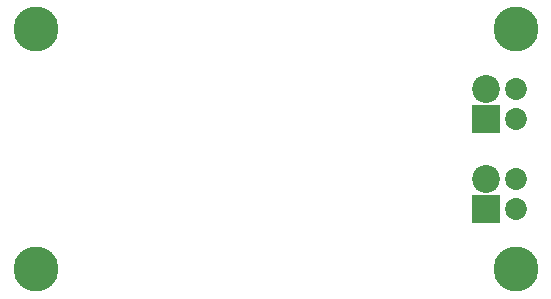
<source format=gbs>
G04 (created by PCBNEW-RS274X (2011-07-19)-testing) date Tue 25 Oct 2011 10:29:37 AM PDT*
G01*
G70*
G90*
%MOIN*%
G04 Gerber Fmt 3.4, Leading zero omitted, Abs format*
%FSLAX34Y34*%
G04 APERTURE LIST*
%ADD10C,0.006000*%
%ADD11C,0.150000*%
%ADD12C,0.093000*%
%ADD13R,0.093000X0.093000*%
%ADD14C,0.073000*%
G04 APERTURE END LIST*
G54D10*
G54D11*
X67000Y-21000D03*
X51000Y-21000D03*
X51000Y-29000D03*
X67000Y-29000D03*
G54D12*
X66000Y-26000D03*
G54D13*
X66000Y-27000D03*
G54D14*
X67000Y-27000D03*
X67000Y-26000D03*
G54D12*
X66000Y-23000D03*
G54D13*
X66000Y-24000D03*
G54D14*
X67000Y-24000D03*
X67000Y-23000D03*
M02*

</source>
